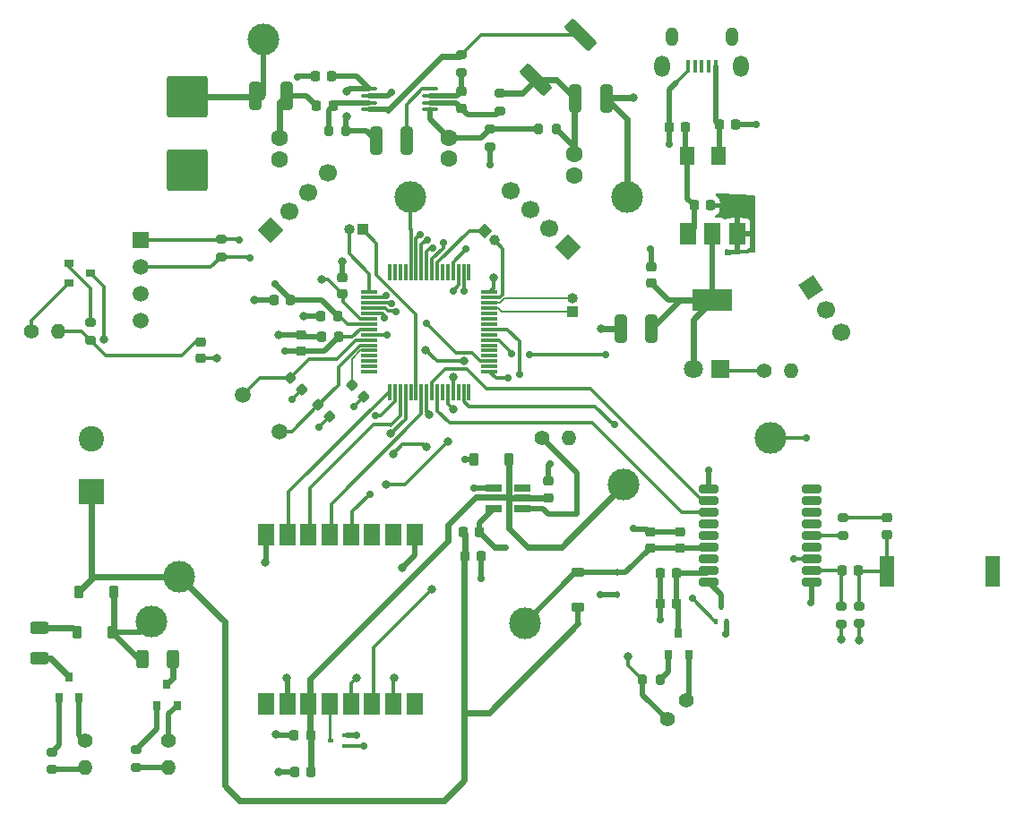
<source format=gtl>
%TF.GenerationSoftware,KiCad,Pcbnew,7.0.7*%
%TF.CreationDate,2023-10-20T22:51:04+03:00*%
%TF.ProjectId,picoballoon,7069636f-6261-46c6-9c6f-6f6e2e6b6963,rev?*%
%TF.SameCoordinates,Original*%
%TF.FileFunction,Copper,L1,Top*%
%TF.FilePolarity,Positive*%
%FSLAX46Y46*%
G04 Gerber Fmt 4.6, Leading zero omitted, Abs format (unit mm)*
G04 Created by KiCad (PCBNEW 7.0.7) date 2023-10-20 22:51:04*
%MOMM*%
%LPD*%
G01*
G04 APERTURE LIST*
G04 Aperture macros list*
%AMRoundRect*
0 Rectangle with rounded corners*
0 $1 Rounding radius*
0 $2 $3 $4 $5 $6 $7 $8 $9 X,Y pos of 4 corners*
0 Add a 4 corners polygon primitive as box body*
4,1,4,$2,$3,$4,$5,$6,$7,$8,$9,$2,$3,0*
0 Add four circle primitives for the rounded corners*
1,1,$1+$1,$2,$3*
1,1,$1+$1,$4,$5*
1,1,$1+$1,$6,$7*
1,1,$1+$1,$8,$9*
0 Add four rect primitives between the rounded corners*
20,1,$1+$1,$2,$3,$4,$5,0*
20,1,$1+$1,$4,$5,$6,$7,0*
20,1,$1+$1,$6,$7,$8,$9,0*
20,1,$1+$1,$8,$9,$2,$3,0*%
%AMHorizOval*
0 Thick line with rounded ends*
0 $1 width*
0 $2 $3 position (X,Y) of the first rounded end (center of the circle)*
0 $4 $5 position (X,Y) of the second rounded end (center of the circle)*
0 Add line between two ends*
20,1,$1,$2,$3,$4,$5,0*
0 Add two circle primitives to create the rounded ends*
1,1,$1,$2,$3*
1,1,$1,$4,$5*%
%AMRotRect*
0 Rectangle, with rotation*
0 The origin of the aperture is its center*
0 $1 length*
0 $2 width*
0 $3 Rotation angle, in degrees counterclockwise*
0 Add horizontal line*
21,1,$1,$2,0,0,$3*%
G04 Aperture macros list end*
%TA.AperFunction,SMDPad,CuDef*%
%ADD10RoundRect,0.112500X0.187500X0.112500X-0.187500X0.112500X-0.187500X-0.112500X0.187500X-0.112500X0*%
%TD*%
%TA.AperFunction,SMDPad,CuDef*%
%ADD11RoundRect,0.225000X0.250000X-0.225000X0.250000X0.225000X-0.250000X0.225000X-0.250000X-0.225000X0*%
%TD*%
%TA.AperFunction,ComponentPad*%
%ADD12RoundRect,0.250002X-1.699998X-1.699998X1.699998X-1.699998X1.699998X1.699998X-1.699998X1.699998X0*%
%TD*%
%TA.AperFunction,SMDPad,CuDef*%
%ADD13RoundRect,0.225000X0.335876X0.017678X0.017678X0.335876X-0.335876X-0.017678X-0.017678X-0.335876X0*%
%TD*%
%TA.AperFunction,SMDPad,CuDef*%
%ADD14RoundRect,0.200000X0.275000X-0.200000X0.275000X0.200000X-0.275000X0.200000X-0.275000X-0.200000X0*%
%TD*%
%TA.AperFunction,SMDPad,CuDef*%
%ADD15RoundRect,0.075000X-0.700000X-0.075000X0.700000X-0.075000X0.700000X0.075000X-0.700000X0.075000X0*%
%TD*%
%TA.AperFunction,SMDPad,CuDef*%
%ADD16RoundRect,0.075000X-0.075000X-0.700000X0.075000X-0.700000X0.075000X0.700000X-0.075000X0.700000X0*%
%TD*%
%TA.AperFunction,SMDPad,CuDef*%
%ADD17RoundRect,0.250000X-0.312500X-1.075000X0.312500X-1.075000X0.312500X1.075000X-0.312500X1.075000X0*%
%TD*%
%TA.AperFunction,SMDPad,CuDef*%
%ADD18RoundRect,0.225000X0.225000X0.250000X-0.225000X0.250000X-0.225000X-0.250000X0.225000X-0.250000X0*%
%TD*%
%TA.AperFunction,SMDPad,CuDef*%
%ADD19C,3.000000*%
%TD*%
%TA.AperFunction,SMDPad,CuDef*%
%ADD20RoundRect,0.225000X-0.375000X0.225000X-0.375000X-0.225000X0.375000X-0.225000X0.375000X0.225000X0*%
%TD*%
%TA.AperFunction,SMDPad,CuDef*%
%ADD21RoundRect,0.200000X-0.200000X-0.275000X0.200000X-0.275000X0.200000X0.275000X-0.200000X0.275000X0*%
%TD*%
%TA.AperFunction,ComponentPad*%
%ADD22C,1.600000*%
%TD*%
%TA.AperFunction,ComponentPad*%
%ADD23C,1.400000*%
%TD*%
%TA.AperFunction,ComponentPad*%
%ADD24O,1.400000X1.400000*%
%TD*%
%TA.AperFunction,SMDPad,CuDef*%
%ADD25R,0.800000X0.900000*%
%TD*%
%TA.AperFunction,SMDPad,CuDef*%
%ADD26RoundRect,0.250000X0.312500X1.075000X-0.312500X1.075000X-0.312500X-1.075000X0.312500X-1.075000X0*%
%TD*%
%TA.AperFunction,ComponentPad*%
%ADD27R,1.000000X1.000000*%
%TD*%
%TA.AperFunction,ComponentPad*%
%ADD28O,1.000000X1.000000*%
%TD*%
%TA.AperFunction,SMDPad,CuDef*%
%ADD29R,1.500000X2.000000*%
%TD*%
%TA.AperFunction,SMDPad,CuDef*%
%ADD30RoundRect,0.225000X-0.225000X-0.375000X0.225000X-0.375000X0.225000X0.375000X-0.225000X0.375000X0*%
%TD*%
%TA.AperFunction,SMDPad,CuDef*%
%ADD31RoundRect,0.200000X-0.275000X0.200000X-0.275000X-0.200000X0.275000X-0.200000X0.275000X0.200000X0*%
%TD*%
%TA.AperFunction,ComponentPad*%
%ADD32RotRect,1.700000X1.700000X34.000000*%
%TD*%
%TA.AperFunction,ComponentPad*%
%ADD33HorizOval,1.700000X0.000000X0.000000X0.000000X0.000000X0*%
%TD*%
%TA.AperFunction,SMDPad,CuDef*%
%ADD34RoundRect,0.225000X-0.225000X-0.250000X0.225000X-0.250000X0.225000X0.250000X-0.225000X0.250000X0*%
%TD*%
%TA.AperFunction,ComponentPad*%
%ADD35RotRect,1.700000X1.700000X225.000000*%
%TD*%
%TA.AperFunction,ComponentPad*%
%ADD36HorizOval,1.700000X0.000000X0.000000X0.000000X0.000000X0*%
%TD*%
%TA.AperFunction,SMDPad,CuDef*%
%ADD37RoundRect,0.112500X-0.112500X0.187500X-0.112500X-0.187500X0.112500X-0.187500X0.112500X0.187500X0*%
%TD*%
%TA.AperFunction,SMDPad,CuDef*%
%ADD38RoundRect,0.218750X-0.218750X-0.256250X0.218750X-0.256250X0.218750X0.256250X-0.218750X0.256250X0*%
%TD*%
%TA.AperFunction,SMDPad,CuDef*%
%ADD39R,0.450000X1.300000*%
%TD*%
%TA.AperFunction,ComponentPad*%
%ADD40O,1.450000X2.000000*%
%TD*%
%TA.AperFunction,ComponentPad*%
%ADD41O,1.150000X1.800000*%
%TD*%
%TA.AperFunction,SMDPad,CuDef*%
%ADD42R,0.510000X0.400000*%
%TD*%
%TA.AperFunction,ComponentPad*%
%ADD43R,1.800000X1.800000*%
%TD*%
%TA.AperFunction,ComponentPad*%
%ADD44C,1.800000*%
%TD*%
%TA.AperFunction,ComponentPad*%
%ADD45RotRect,1.700000X1.700000X135.000000*%
%TD*%
%TA.AperFunction,ComponentPad*%
%ADD46HorizOval,1.700000X0.000000X0.000000X0.000000X0.000000X0*%
%TD*%
%TA.AperFunction,SMDPad,CuDef*%
%ADD47RoundRect,0.218750X0.256250X-0.218750X0.256250X0.218750X-0.256250X0.218750X-0.256250X-0.218750X0*%
%TD*%
%TA.AperFunction,ComponentPad*%
%ADD48R,2.400000X2.400000*%
%TD*%
%TA.AperFunction,ComponentPad*%
%ADD49C,2.400000*%
%TD*%
%TA.AperFunction,SMDPad,CuDef*%
%ADD50RoundRect,0.200000X-0.700000X-0.200000X0.700000X-0.200000X0.700000X0.200000X-0.700000X0.200000X0*%
%TD*%
%TA.AperFunction,SMDPad,CuDef*%
%ADD51RoundRect,0.225000X0.225000X0.375000X-0.225000X0.375000X-0.225000X-0.375000X0.225000X-0.375000X0*%
%TD*%
%TA.AperFunction,SMDPad,CuDef*%
%ADD52RoundRect,0.250001X0.462499X0.624999X-0.462499X0.624999X-0.462499X-0.624999X0.462499X-0.624999X0*%
%TD*%
%TA.AperFunction,ComponentPad*%
%ADD53HorizOval,1.400000X0.000000X0.000000X0.000000X0.000000X0*%
%TD*%
%TA.AperFunction,SMDPad,CuDef*%
%ADD54RoundRect,0.100000X-0.637500X-0.100000X0.637500X-0.100000X0.637500X0.100000X-0.637500X0.100000X0*%
%TD*%
%TA.AperFunction,SMDPad,CuDef*%
%ADD55RoundRect,0.250000X-0.312500X-0.625000X0.312500X-0.625000X0.312500X0.625000X-0.312500X0.625000X0*%
%TD*%
%TA.AperFunction,SMDPad,CuDef*%
%ADD56R,3.800000X2.000000*%
%TD*%
%TA.AperFunction,SMDPad,CuDef*%
%ADD57R,0.900000X0.800000*%
%TD*%
%TA.AperFunction,SMDPad,CuDef*%
%ADD58R,1.400000X3.000000*%
%TD*%
%TA.AperFunction,SMDPad,CuDef*%
%ADD59R,0.400000X0.510000*%
%TD*%
%TA.AperFunction,SMDPad,CuDef*%
%ADD60RoundRect,0.250000X-0.751301X1.263953X-1.263953X0.751301X0.751301X-1.263953X1.263953X-0.751301X0*%
%TD*%
%TA.AperFunction,ComponentPad*%
%ADD61C,1.500000*%
%TD*%
%TA.AperFunction,ComponentPad*%
%ADD62RotRect,1.000000X1.000000X45.000000*%
%TD*%
%TA.AperFunction,ComponentPad*%
%ADD63HorizOval,1.000000X0.000000X0.000000X0.000000X0.000000X0*%
%TD*%
%TA.AperFunction,SMDPad,CuDef*%
%ADD64R,1.560000X0.650000*%
%TD*%
%TA.AperFunction,SMDPad,CuDef*%
%ADD65RoundRect,0.250000X-0.625000X0.312500X-0.625000X-0.312500X0.625000X-0.312500X0.625000X0.312500X0*%
%TD*%
%TA.AperFunction,ComponentPad*%
%ADD66R,1.500000X1.500000*%
%TD*%
%TA.AperFunction,ViaPad*%
%ADD67C,0.700000*%
%TD*%
%TA.AperFunction,ViaPad*%
%ADD68C,0.800000*%
%TD*%
%TA.AperFunction,Conductor*%
%ADD69C,0.500000*%
%TD*%
%TA.AperFunction,Conductor*%
%ADD70C,0.600000*%
%TD*%
%TA.AperFunction,Conductor*%
%ADD71C,0.300000*%
%TD*%
%TA.AperFunction,Conductor*%
%ADD72C,0.349300*%
%TD*%
%TA.AperFunction,Conductor*%
%ADD73C,0.200000*%
%TD*%
%TA.AperFunction,Conductor*%
%ADD74C,0.090000*%
%TD*%
%TA.AperFunction,Conductor*%
%ADD75C,0.294000*%
%TD*%
%TA.AperFunction,Conductor*%
%ADD76C,0.250000*%
%TD*%
G04 APERTURE END LIST*
D10*
%TO.P,D6,1,K*%
%TO.N,LORA_Vout*%
X154567600Y-94030800D03*
%TO.P,D6,2,A*%
%TO.N,Net-(D6-A)*%
X152467600Y-94030800D03*
%TD*%
D11*
%TO.P,C22,1*%
%TO.N,LORA_Vout*%
X156591000Y-89370200D03*
%TO.P,C22,2*%
%TO.N,GND*%
X156591000Y-87820200D03*
%TD*%
D12*
%TO.P,J1,1,Pin_1*%
%TO.N,SOLAR+*%
X122428000Y-51435000D03*
%TD*%
D13*
%TO.P,C15,1*%
%TO.N,GND*%
X139079608Y-79846808D03*
%TO.P,C15,2*%
%TO.N,Net-(U4-NRST)*%
X137983592Y-78750792D03*
%TD*%
D14*
%TO.P,R16,1*%
%TO.N,DHD11_DAT*%
X125653800Y-66585600D03*
%TO.P,R16,2*%
%TO.N,+3.3V*%
X125653800Y-64935600D03*
%TD*%
D15*
%TO.P,U4,1,PC11*%
%TO.N,USART3_RX*%
X139638400Y-69960800D03*
%TO.P,U4,2,PC12*%
%TO.N,PC12*%
X139638400Y-70460800D03*
%TO.P,U4,3,PC13*%
%TO.N,PC13*%
X139638400Y-70960800D03*
%TO.P,U4,4,PC14*%
%TO.N,PC14*%
X139638400Y-71460800D03*
%TO.P,U4,5,PC15*%
%TO.N,PC15*%
X139638400Y-71960800D03*
%TO.P,U4,6,VBAT*%
%TO.N,+3.3V*%
X139638400Y-72460800D03*
%TO.P,U4,7,VREF+*%
X139638400Y-72960800D03*
%TO.P,U4,8,VDD*%
X139638400Y-73460800D03*
%TO.P,U4,9,VSS*%
%TO.N,GND*%
X139638400Y-73960800D03*
%TO.P,U4,10,PF0*%
%TO.N,OSC_IN*%
X139638400Y-74460800D03*
%TO.P,U4,11,PF1*%
%TO.N,OSC_OUT*%
X139638400Y-74960800D03*
%TO.P,U4,12,NRST*%
%TO.N,Net-(U4-NRST)*%
X139638400Y-75460800D03*
%TO.P,U4,13,PC0*%
%TO.N,unconnected-(U4-PC0-Pad13)*%
X139638400Y-75960800D03*
%TO.P,U4,14,PC1*%
%TO.N,unconnected-(U4-PC1-Pad14)*%
X139638400Y-76460800D03*
%TO.P,U4,15,PC2*%
%TO.N,unconnected-(U4-PC2-Pad15)*%
X139638400Y-76960800D03*
%TO.P,U4,16,PC3*%
%TO.N,unconnected-(U4-PC3-Pad16)*%
X139638400Y-77460800D03*
D16*
%TO.P,U4,17,PA0*%
%TO.N,LORA_SPI1_NSS*%
X141563400Y-79385800D03*
%TO.P,U4,18,PA1*%
%TO.N,LORA_SPI1_SCK*%
X142063400Y-79385800D03*
%TO.P,U4,19,PA2*%
%TO.N,LORA_SPI1_MOSI*%
X142563400Y-79385800D03*
%TO.P,U4,20,PA3*%
%TO.N,DIO2*%
X143063400Y-79385800D03*
%TO.P,U4,21,PA4*%
%TO.N,unconnected-(U4-PA4-Pad21)*%
X143563400Y-79385800D03*
%TO.P,U4,22,PA5*%
%TO.N,USART3_TX*%
X144063400Y-79385800D03*
%TO.P,U4,23,PA6*%
%TO.N,LORA_SPI1_MISO*%
X144563400Y-79385800D03*
%TO.P,U4,24,PA7*%
%TO.N,DIO0*%
X145063400Y-79385800D03*
%TO.P,U4,25,PC4*%
%TO.N,GPS_RXD1*%
X145563400Y-79385800D03*
%TO.P,U4,26,PC5*%
%TO.N,GPS_TXD1*%
X146063400Y-79385800D03*
%TO.P,U4,27,PB0*%
%TO.N,unconnected-(U4-PB0-Pad27)*%
X146563400Y-79385800D03*
%TO.P,U4,28,PB1*%
%TO.N,CAP_CHRG_V*%
X147063400Y-79385800D03*
%TO.P,U4,29,PB2*%
%TO.N,CAP_CHRG_READ_EN*%
X147563400Y-79385800D03*
%TO.P,U4,30,PB10*%
%TO.N,unconnected-(U4-PB10-Pad30)*%
X148063400Y-79385800D03*
%TO.P,U4,31,PB11*%
%TO.N,PB11*%
X148563400Y-79385800D03*
%TO.P,U4,32,PB12*%
%TO.N,PB12*%
X149063400Y-79385800D03*
D15*
%TO.P,U4,33,PB13*%
%TO.N,DIO1*%
X150988400Y-77460800D03*
%TO.P,U4,34,PB14*%
%TO.N,unconnected-(U4-PB14-Pad34)*%
X150988400Y-76960800D03*
%TO.P,U4,35,PB15*%
%TO.N,DHD11_DAT*%
X150988400Y-76460800D03*
%TO.P,U4,36,PA8*%
%TO.N,unconnected-(U4-PA8-Pad36)*%
X150988400Y-75960800D03*
%TO.P,U4,37,PA9/NC*%
%TO.N,unconnected-(U4-PA9{slash}NC-Pad37)*%
X150988400Y-75460800D03*
%TO.P,U4,38,PC6*%
%TO.N,unconnected-(U4-PC6-Pad38)*%
X150988400Y-74960800D03*
%TO.P,U4,39,PC7*%
%TO.N,GPS_RESET_SIGNAL*%
X150988400Y-74460800D03*
%TO.P,U4,40,PD8*%
%TO.N,unconnected-(U4-PD8-Pad40)*%
X150988400Y-73960800D03*
%TO.P,U4,41,PD9*%
%TO.N,LORA_RESET*%
X150988400Y-73460800D03*
%TO.P,U4,42,PA10/NC*%
%TO.N,unconnected-(U4-PA10{slash}NC-Pad42)*%
X150988400Y-72960800D03*
%TO.P,U4,43,PA11/PA9*%
%TO.N,unconnected-(U4-PA11{slash}PA9-Pad43)*%
X150988400Y-72460800D03*
%TO.P,U4,44,PA12/PA10*%
%TO.N,unconnected-(U4-PA12{slash}PA10-Pad44)*%
X150988400Y-71960800D03*
%TO.P,U4,45,PA13*%
%TO.N,SWDIO*%
X150988400Y-71460800D03*
%TO.P,U4,46,PA14*%
%TO.N,SWCLK*%
X150988400Y-70960800D03*
%TO.P,U4,47,PA15*%
%TO.N,UART2_RX*%
X150988400Y-70460800D03*
%TO.P,U4,48,PC8*%
%TO.N,GPS_EN*%
X150988400Y-69960800D03*
D16*
%TO.P,U4,49,PC9*%
%TO.N,unconnected-(U4-PC9-Pad49)*%
X149063400Y-68035800D03*
%TO.P,U4,50,PD0*%
%TO.N,HighPowCapChrg*%
X148563400Y-68035800D03*
%TO.P,U4,51,PD1*%
%TO.N,LowPowCapChrg*%
X148063400Y-68035800D03*
%TO.P,U4,52,PD2*%
%TO.N,DC_EN*%
X147563400Y-68035800D03*
%TO.P,U4,53,PD3*%
%TO.N,unconnected-(U4-PD3-Pad53)*%
X147063400Y-68035800D03*
%TO.P,U4,54,PD4*%
%TO.N,unconnected-(U4-PD4-Pad54)*%
X146563400Y-68035800D03*
%TO.P,U4,55,PD5*%
%TO.N,UART2_TX*%
X146063400Y-68035800D03*
%TO.P,U4,56,PD6*%
%TO.N,PD6*%
X145563400Y-68035800D03*
%TO.P,U4,57,PB3*%
%TO.N,PB3*%
X145063400Y-68035800D03*
%TO.P,U4,58,PB4*%
%TO.N,PB4*%
X144563400Y-68035800D03*
%TO.P,U4,59,PB5*%
%TO.N,PB5*%
X144063400Y-68035800D03*
%TO.P,U4,60,PB6*%
%TO.N,OK_FLAG*%
X143563400Y-68035800D03*
%TO.P,U4,61,PB7*%
%TO.N,unconnected-(U4-PB7-Pad61)*%
X143063400Y-68035800D03*
%TO.P,U4,62,PB8*%
%TO.N,unconnected-(U4-PB8-Pad62)*%
X142563400Y-68035800D03*
%TO.P,U4,63,PB9*%
%TO.N,unconnected-(U4-PB9-Pad63)*%
X142063400Y-68035800D03*
%TO.P,U4,64,PC10*%
%TO.N,unconnected-(U4-PC10-Pad64)*%
X141563400Y-68035800D03*
%TD*%
D17*
%TO.P,R1,1*%
%TO.N,SOLAR+*%
X128890300Y-51384200D03*
%TO.P,R1,2*%
%TO.N,Net-(C3-Pad1)*%
X131815300Y-51384200D03*
%TD*%
D18*
%TO.P,C20,1*%
%TO.N,+3.3V*%
X132194600Y-70688200D03*
%TO.P,C20,2*%
%TO.N,GND*%
X130644600Y-70688200D03*
%TD*%
D11*
%TO.P,C16,1*%
%TO.N,+3.3V*%
X133146800Y-75501800D03*
%TO.P,C16,2*%
%TO.N,GND*%
X133146800Y-73951800D03*
%TD*%
D19*
%TO.P,LORA_V+1,1,1*%
%TO.N,LORA_Vout*%
X163677600Y-88138000D03*
%TD*%
D11*
%TO.P,C30,1*%
%TO.N,CAP_CHRG_READ_EN*%
X123698000Y-76213000D03*
%TO.P,C30,2*%
%TO.N,Net-(C30-Pad2)*%
X123698000Y-74663000D03*
%TD*%
D20*
%TO.P,D1,1,K*%
%TO.N,V_BCKP_GPS*%
X159385000Y-96444800D03*
%TO.P,D1,2,A*%
%TO.N,BCKP_OUT*%
X159385000Y-99744800D03*
%TD*%
D21*
%TO.P,R4,1*%
%TO.N,Net-(U1-LX)*%
X135776200Y-54711600D03*
%TO.P,R4,2*%
%TO.N,Net-(U1-MPP-SET)*%
X137426200Y-54711600D03*
%TD*%
D22*
%TO.P,C14,1*%
%TO.N,Net-(C14-Pad1)*%
X159004000Y-56912000D03*
%TO.P,C14,2*%
%TO.N,GND*%
X159004000Y-58912000D03*
%TD*%
D23*
%TO.P,R19,1*%
%TO.N,DC_EN*%
X155930600Y-83743800D03*
D24*
%TO.P,R19,2*%
%TO.N,GND*%
X158470600Y-83743800D03*
%TD*%
D25*
%TO.P,Q5,1*%
%TO.N,Net-(Q5-Pad1)*%
X167910600Y-104202200D03*
%TO.P,Q5,2*%
%TO.N,+3.3V*%
X169810600Y-104202200D03*
%TO.P,Q5,3*%
%TO.N,Net-(U8-VCC)*%
X168860600Y-102202200D03*
%TD*%
D26*
%TO.P,R10,1*%
%TO.N,Net-(D5-A)*%
X166308500Y-73406000D03*
%TO.P,R10,2*%
%TO.N,+3.3V*%
X163383500Y-73406000D03*
%TD*%
D18*
%TO.P,C24,1*%
%TO.N,Net-(C23-Pad1)*%
X185839400Y-96266000D03*
%TO.P,C24,2*%
%TO.N,Net-(U8-RF_IN)*%
X184289400Y-96266000D03*
%TD*%
D27*
%TO.P,SWD1,1,Pin_1*%
%TO.N,SWDIO*%
X158851600Y-71820800D03*
D28*
%TO.P,SWD1,2,Pin_2*%
%TO.N,SWCLK*%
X158851600Y-70550800D03*
%TD*%
D29*
%TO.P,U7,1,ANT*%
%TO.N,unconnected-(U7-ANT-Pad1)*%
X129906000Y-108838000D03*
%TO.P,U7,2,GND*%
%TO.N,GND*%
X131906000Y-108838000D03*
%TO.P,U7,3,3.3V*%
%TO.N,LORA_Vout*%
X133906000Y-108838000D03*
%TO.P,U7,4,RESET*%
%TO.N,Net-(U7-RESET)*%
X135906000Y-108838000D03*
%TO.P,U7,5,DIO0*%
%TO.N,DIO0*%
X137906000Y-108838000D03*
%TO.P,U7,6,DIO1*%
%TO.N,DIO1*%
X139906000Y-108838000D03*
%TO.P,U7,7,DIO2*%
%TO.N,DIO2*%
X141906000Y-108838000D03*
%TO.P,U7,8,DIO3*%
%TO.N,unconnected-(U7-DIO3-Pad8)*%
X143906000Y-108838000D03*
%TO.P,U7,9,GND*%
%TO.N,GND*%
X143906000Y-92838000D03*
%TO.P,U7,10,DIO4*%
%TO.N,unconnected-(U7-DIO4-Pad10)*%
X141906000Y-92838000D03*
%TO.P,U7,11,DIO5*%
%TO.N,unconnected-(U7-DIO5-Pad11)*%
X139906000Y-92838000D03*
%TO.P,U7,12,SCK*%
%TO.N,LORA_SPI1_SCK*%
X137906000Y-92838000D03*
%TO.P,U7,13,MISO*%
%TO.N,LORA_SPI1_MISO*%
X135906000Y-92838000D03*
%TO.P,U7,14,MOSI*%
%TO.N,LORA_SPI1_MOSI*%
X133906000Y-92838000D03*
%TO.P,U7,15,NSS*%
%TO.N,LORA_SPI1_NSS*%
X131906000Y-92838000D03*
%TO.P,U7,16,GND*%
%TO.N,GND*%
X129906000Y-92838000D03*
%TD*%
D30*
%TO.P,D7,1,K*%
%TO.N,+3.3V*%
X149556200Y-85775800D03*
%TO.P,D7,2,A*%
%TO.N,LORA_Vout*%
X152856200Y-85775800D03*
%TD*%
D18*
%TO.P,C28,1*%
%TO.N,Net-(U8-VCC)*%
X168695800Y-96471200D03*
%TO.P,C28,2*%
%TO.N,GND*%
X167145800Y-96471200D03*
%TD*%
D31*
%TO.P,C25,1*%
%TO.N,Net-(U8-RF_IN)*%
X184226200Y-99657400D03*
%TO.P,C25,2*%
%TO.N,GND*%
X184226200Y-101307400D03*
%TD*%
D32*
%TO.P,MISC3,1,Pin_1*%
%TO.N,GND*%
X181383450Y-69522245D03*
D33*
%TO.P,MISC3,2,Pin_2*%
%TO.N,PB11*%
X182803800Y-71628000D03*
%TO.P,MISC3,3,Pin_3*%
%TO.N,+3.3V*%
X184224150Y-73733756D03*
%TD*%
D25*
%TO.P,Q1,1*%
%TO.N,Net-(Q1-Pad1)*%
X110302000Y-108289600D03*
%TO.P,Q1,2*%
%TO.N,+3.3V*%
X112202000Y-108289600D03*
%TO.P,Q1,3*%
%TO.N,Net-(Q1-Pad3)*%
X111252000Y-106289600D03*
%TD*%
D23*
%TO.P,R2,1*%
%TO.N,+3.3V*%
X112750600Y-112343400D03*
D24*
%TO.P,R2,2*%
%TO.N,LowPowCapChrg*%
X112750600Y-114883400D03*
%TD*%
D34*
%TO.P,C10,1*%
%TO.N,Net-(U2-VI)*%
X170325200Y-61747400D03*
%TO.P,C10,2*%
%TO.N,GND*%
X171875200Y-61747400D03*
%TD*%
D18*
%TO.P,C21,1*%
%TO.N,GND*%
X150203200Y-94919800D03*
%TO.P,C21,2*%
%TO.N,BCKP_OUT*%
X148653200Y-94919800D03*
%TD*%
D35*
%TO.P,MISC2,1,Pin_1*%
%TO.N,PD6*%
X158419800Y-65709800D03*
D36*
%TO.P,MISC2,2,Pin_2*%
%TO.N,PB3*%
X156623749Y-63913749D03*
%TO.P,MISC2,3,Pin_3*%
%TO.N,PB4*%
X154827698Y-62117698D03*
%TO.P,MISC2,4,Pin_4*%
%TO.N,PB5*%
X153031646Y-60321646D03*
%TD*%
D37*
%TO.P,D2,1,K*%
%TO.N,V_BCKP_GPS*%
X163042600Y-96435200D03*
%TO.P,D2,2,A*%
%TO.N,+3.3V*%
X163042600Y-98535200D03*
%TD*%
D13*
%TO.P,C2,1*%
%TO.N,GND*%
X135904608Y-81701008D03*
%TO.P,C2,2*%
%TO.N,OSC_OUT*%
X134808592Y-80604992D03*
%TD*%
D12*
%TO.P,J2,1,Pin_1*%
%TO.N,GND*%
X122428000Y-58420000D03*
%TD*%
D38*
%TO.P,L1,1,1*%
%TO.N,Net-(C3-Pad1)*%
X134619900Y-52324000D03*
%TO.P,L1,2,2*%
%TO.N,Net-(U1-LX)*%
X136194900Y-52324000D03*
%TD*%
D39*
%TO.P,J3,1,VBUS*%
%TO.N,Net-(J3-VBUS)*%
X172374000Y-48603600D03*
%TO.P,J3,2,D-*%
%TO.N,unconnected-(J3-D--Pad2)*%
X171724000Y-48603600D03*
%TO.P,J3,3,D+*%
%TO.N,unconnected-(J3-D+-Pad3)*%
X171074000Y-48603600D03*
%TO.P,J3,4,ID*%
%TO.N,unconnected-(J3-ID-Pad4)*%
X170424000Y-48603600D03*
%TO.P,J3,5,GND*%
%TO.N,GND*%
X169774000Y-48603600D03*
D40*
%TO.P,J3,6,Shield*%
%TO.N,unconnected-(J3-Shield-Pad6)*%
X174799000Y-48553600D03*
D41*
X173908000Y-45753600D03*
X168258000Y-45753600D03*
D40*
X167349000Y-48553600D03*
%TD*%
D42*
%TO.P,Q4,1*%
%TO.N,LORA_RESET*%
X137297000Y-112869600D03*
%TO.P,Q4,2*%
%TO.N,GND*%
X137297000Y-111869600D03*
%TO.P,Q4,3*%
%TO.N,Net-(U7-RESET)*%
X136007000Y-112369600D03*
%TD*%
D43*
%TO.P,D5,1,K*%
%TO.N,Net-(D5-K)*%
X172807000Y-77190600D03*
D44*
%TO.P,D5,2,A*%
%TO.N,Net-(D5-A)*%
X170267000Y-77190600D03*
%TD*%
D34*
%TO.P,C7,1*%
%TO.N,Net-(J3-VBUS)*%
X172725800Y-54127400D03*
%TO.P,C7,2*%
%TO.N,GND*%
X174275800Y-54127400D03*
%TD*%
D14*
%TO.P,R12,1*%
%TO.N,Net-(U1-ICTRL_PLUS)*%
X148336000Y-49161200D03*
%TO.P,R12,2*%
%TO.N,Net-(U1-VOUT)*%
X148336000Y-47511200D03*
%TD*%
D23*
%TO.P,R3,1*%
%TO.N,+3.3V*%
X120675400Y-112343400D03*
D24*
%TO.P,R3,2*%
%TO.N,HighPowCapChrg*%
X120675400Y-114883400D03*
%TD*%
D18*
%TO.P,C19,1*%
%TO.N,+3.3V*%
X136639600Y-72186800D03*
%TO.P,C19,2*%
%TO.N,GND*%
X135089600Y-72186800D03*
%TD*%
D45*
%TO.P,MISC1,1,Pin_1*%
%TO.N,PC15*%
X130307394Y-64078806D03*
D46*
%TO.P,MISC1,2,Pin_2*%
%TO.N,PC14*%
X132103445Y-62282755D03*
%TO.P,MISC1,3,Pin_3*%
%TO.N,PC13*%
X133899496Y-60486704D03*
%TO.P,MISC1,4,Pin_4*%
%TO.N,PC12*%
X135695548Y-58690652D03*
%TD*%
D34*
%TO.P,C27,1*%
%TO.N,GND*%
X132575000Y-115316000D03*
%TO.P,C27,2*%
%TO.N,LORA_Vout*%
X134125000Y-115316000D03*
%TD*%
D47*
%TO.P,L4,1,1*%
%TO.N,Net-(C23-Pad1)*%
X188518800Y-92837100D03*
%TO.P,L4,2,2*%
%TO.N,Net-(L4-Pad2)*%
X188518800Y-91262100D03*
%TD*%
D11*
%TO.P,C18,1*%
%TO.N,+3.3V*%
X137058400Y-70091600D03*
%TO.P,C18,2*%
%TO.N,GND*%
X137058400Y-68541600D03*
%TD*%
D19*
%TO.P,OK1,1,1*%
%TO.N,OK_FLAG*%
X143510000Y-60960000D03*
%TD*%
%TO.P,CAP1,1,1*%
%TO.N,BCKP_OUT*%
X121691400Y-96824800D03*
%TD*%
D11*
%TO.P,C8,1*%
%TO.N,V_BCKP_GPS*%
X169037000Y-94120000D03*
%TO.P,C8,2*%
%TO.N,GND*%
X169037000Y-92570000D03*
%TD*%
D31*
%TO.P,R6,1*%
%TO.N,Net-(Q2-Pad1)*%
X117602000Y-113195600D03*
%TO.P,R6,2*%
%TO.N,HighPowCapChrg*%
X117602000Y-114845600D03*
%TD*%
D19*
%TO.P,GND1,1,1*%
%TO.N,GND*%
X177571400Y-83693000D03*
%TD*%
D14*
%TO.P,R13,1*%
%TO.N,Net-(U1-ICTRL_MINUS)*%
X152019000Y-52793400D03*
%TO.P,R13,2*%
%TO.N,Net-(C14-Pad1)*%
X152019000Y-51143400D03*
%TD*%
D26*
%TO.P,R8,1*%
%TO.N,Net-(U1-XSHUT)*%
X143194500Y-55626000D03*
%TO.P,R8,2*%
%TO.N,Net-(U1-MPP-SET)*%
X140269500Y-55626000D03*
%TD*%
D48*
%TO.P,C9,1*%
%TO.N,BCKP_OUT*%
X113360200Y-88773000D03*
D49*
%TO.P,C9,2*%
%TO.N,GND*%
X113360200Y-83773000D03*
%TD*%
D11*
%TO.P,C11,1*%
%TO.N,Net-(D5-A)*%
X166274200Y-69101000D03*
%TO.P,C11,2*%
%TO.N,GND*%
X166274200Y-67551000D03*
%TD*%
D14*
%TO.P,R24,1*%
%TO.N,Net-(C30-Pad2)*%
X113284000Y-74485000D03*
%TO.P,R24,2*%
%TO.N,Net-(Q6-Pad1)*%
X113284000Y-72835000D03*
%TD*%
D50*
%TO.P,U8,1,GND*%
%TO.N,GND*%
X171706800Y-88566000D03*
%TO.P,U8,2,TXD1*%
%TO.N,GPS_RXD1*%
X171706800Y-89666000D03*
%TO.P,U8,3,RXD1*%
%TO.N,GPS_TXD1*%
X171706800Y-90766000D03*
%TO.P,U8,4,1PPS*%
%TO.N,unconnected-(U8-1PPS-Pad4)*%
X171706800Y-91866000D03*
%TO.P,U8,5,STANDBY*%
%TO.N,unconnected-(U8-STANDBY-Pad5)*%
X171706800Y-92966000D03*
%TO.P,U8,6,V_BCKP*%
%TO.N,V_BCKP_GPS*%
X171706800Y-94066000D03*
%TO.P,U8,7,NC*%
%TO.N,unconnected-(U8-NC-Pad7)*%
X171706800Y-95166000D03*
%TO.P,U8,8,VCC*%
%TO.N,Net-(U8-VCC)*%
X171706800Y-96266000D03*
%TO.P,U8,9,~{RESET}*%
%TO.N,GPS_RESET*%
X171706800Y-97366000D03*
%TO.P,U8,10,GND*%
%TO.N,GND*%
X181406800Y-97366000D03*
%TO.P,U8,11,RF_IN*%
%TO.N,Net-(U8-RF_IN)*%
X181406800Y-96266000D03*
%TO.P,U8,12,GND*%
%TO.N,GND*%
X181406800Y-95166000D03*
%TO.P,U8,13,ANTON*%
%TO.N,unconnected-(U8-ANTON-Pad13)*%
X181406800Y-94066000D03*
%TO.P,U8,14,VCC_RF*%
%TO.N,Net-(U8-VCC_RF)*%
X181406800Y-92966000D03*
%TO.P,U8,15,NC*%
%TO.N,unconnected-(U8-NC-Pad15)*%
X181406800Y-91866000D03*
%TO.P,U8,16,RESERVED*%
%TO.N,unconnected-(U8-RESERVED-Pad16)*%
X181406800Y-90766000D03*
%TO.P,U8,17,RESERVED*%
%TO.N,unconnected-(U8-RESERVED-Pad17)*%
X181406800Y-89666000D03*
%TO.P,U8,18,RESERVED*%
%TO.N,unconnected-(U8-RESERVED-Pad18)*%
X181406800Y-88566000D03*
%TD*%
D51*
%TO.P,D3,1,K*%
%TO.N,SUPERCAP_CHRG*%
X115315000Y-102108000D03*
%TO.P,D3,2,A*%
%TO.N,Net-(D3-A)*%
X112015000Y-102108000D03*
%TD*%
D11*
%TO.P,C5,1*%
%TO.N,V_BCKP_GPS*%
X166166800Y-94145400D03*
%TO.P,C5,2*%
%TO.N,GND*%
X166166800Y-92595400D03*
%TD*%
D23*
%TO.P,R23,1*%
%TO.N,BCKP_OUT*%
X107746000Y-73660000D03*
D24*
%TO.P,R23,2*%
%TO.N,Net-(C30-Pad2)*%
X110286000Y-73660000D03*
%TD*%
D21*
%TO.P,R22,1*%
%TO.N,GPS_EN*%
X165470200Y-106605800D03*
%TO.P,R22,2*%
%TO.N,Net-(Q5-Pad1)*%
X167120200Y-106605800D03*
%TD*%
D52*
%TO.P,L2,1,1*%
%TO.N,Net-(J3-VBUS)*%
X172638500Y-57023000D03*
%TO.P,L2,2,2*%
%TO.N,Net-(U2-VI)*%
X169663500Y-57023000D03*
%TD*%
D23*
%TO.P,R21,1*%
%TO.N,GPS_EN*%
X167818730Y-110336671D03*
D53*
%TO.P,R21,2*%
%TO.N,+3.3V*%
X169614781Y-108540620D03*
%TD*%
D54*
%TO.P,U1,1,MPP-SET*%
%TO.N,Net-(U1-MPP-SET)*%
X139656900Y-50739400D03*
%TO.P,U1,2,GND*%
%TO.N,GND*%
X139656900Y-51389400D03*
%TO.P,U1,3,LX*%
%TO.N,Net-(U1-LX)*%
X139656900Y-52039400D03*
%TO.P,U1,4,VOUT*%
%TO.N,Net-(U1-VOUT)*%
X139656900Y-52689400D03*
%TO.P,U1,5,VCTRL*%
%TO.N,Net-(U1-VCTRL)*%
X145381900Y-52689400D03*
%TO.P,U1,6,ICTRL_MINUS*%
%TO.N,Net-(U1-ICTRL_MINUS)*%
X145381900Y-52039400D03*
%TO.P,U1,7,ICTRL_PLUS*%
%TO.N,Net-(U1-ICTRL_PLUS)*%
X145381900Y-51389400D03*
%TO.P,U1,8,XSHUT*%
%TO.N,Net-(U1-XSHUT)*%
X145381900Y-50739400D03*
%TD*%
D55*
%TO.P,R9,1*%
%TO.N,SUPERCAP_CHRG*%
X118171500Y-104648000D03*
%TO.P,R9,2*%
%TO.N,Net-(Q2-Pad3)*%
X121096500Y-104648000D03*
%TD*%
D31*
%TO.P,C23,1*%
%TO.N,Net-(C23-Pad1)*%
X185953400Y-99632000D03*
%TO.P,C23,2*%
%TO.N,GND*%
X185953400Y-101282000D03*
%TD*%
D23*
%TO.P,R11,1*%
%TO.N,Net-(D5-K)*%
X176992200Y-77343000D03*
D24*
%TO.P,R11,2*%
%TO.N,GND*%
X179532200Y-77343000D03*
%TD*%
D19*
%TO.P,SOL+1,1,1*%
%TO.N,SOLAR+*%
X129667000Y-46075600D03*
%TD*%
D18*
%TO.P,C26,1*%
%TO.N,LORA_Vout*%
X134099600Y-111861600D03*
%TO.P,C26,2*%
%TO.N,GND*%
X132549600Y-111861600D03*
%TD*%
D27*
%TO.P,UART2,1,Pin_1*%
%TO.N,USART3_TX*%
X139003800Y-64033400D03*
D28*
%TO.P,UART2,2,Pin_2*%
%TO.N,USART3_RX*%
X137733800Y-64033400D03*
%TD*%
D31*
%TO.P,R5,1*%
%TO.N,Net-(Q1-Pad1)*%
X109677200Y-113424200D03*
%TO.P,R5,2*%
%TO.N,LowPowCapChrg*%
X109677200Y-115074200D03*
%TD*%
D13*
%TO.P,C1,1*%
%TO.N,GND*%
X133237608Y-79161008D03*
%TO.P,C1,2*%
%TO.N,OSC_IN*%
X132141592Y-78064992D03*
%TD*%
D29*
%TO.P,U2,1,GND*%
%TO.N,GND*%
X174390800Y-64414000D03*
%TO.P,U2,2,VO*%
%TO.N,Net-(D5-A)*%
X172090800Y-64414000D03*
D56*
X172090800Y-70714000D03*
D29*
%TO.P,U2,3,VI*%
%TO.N,Net-(U2-VI)*%
X169790800Y-64414000D03*
%TD*%
D21*
%TO.P,R17,1*%
%TO.N,Net-(U1-VCTRL)*%
X155664400Y-54533800D03*
%TO.P,R17,2*%
%TO.N,Net-(C14-Pad1)*%
X157314400Y-54533800D03*
%TD*%
D30*
%TO.P,D4,1,K*%
%TO.N,BCKP_OUT*%
X112192800Y-98298000D03*
%TO.P,D4,2,A*%
%TO.N,SUPERCAP_CHRG*%
X115492800Y-98298000D03*
%TD*%
D19*
%TO.P,CAP_CHRG1,1,1*%
%TO.N,SUPERCAP_CHRG*%
X119049800Y-101092000D03*
%TD*%
D25*
%TO.P,Q2,1*%
%TO.N,Net-(Q2-Pad1)*%
X119573000Y-109026200D03*
%TO.P,Q2,2*%
%TO.N,+3.3V*%
X121473000Y-109026200D03*
%TO.P,Q2,3*%
%TO.N,Net-(Q2-Pad3)*%
X120523000Y-107026200D03*
%TD*%
D57*
%TO.P,Q6,1*%
%TO.N,Net-(Q6-Pad1)*%
X111252000Y-67188000D03*
%TO.P,Q6,2*%
%TO.N,BCKP_OUT*%
X111252000Y-69088000D03*
%TO.P,Q6,3*%
%TO.N,CAP_CHRG_V*%
X113252000Y-68138000D03*
%TD*%
D31*
%TO.P,R20,1*%
%TO.N,Net-(L4-Pad2)*%
X184404000Y-91275400D03*
%TO.P,R20,2*%
%TO.N,Net-(U8-VCC_RF)*%
X184404000Y-92925400D03*
%TD*%
D58*
%TO.P,U6,RF_IN*%
%TO.N,Net-(C23-Pad1)*%
X188522600Y-96316800D03*
%TO.P,U6,SOLDER*%
%TO.N,N/C*%
X198522600Y-96316800D03*
%TD*%
D59*
%TO.P,Q3,1*%
%TO.N,GPS_RESET_SIGNAL*%
X172381800Y-101043200D03*
%TO.P,Q3,2*%
%TO.N,GND*%
X173381800Y-101043200D03*
%TO.P,Q3,3*%
%TO.N,GPS_RESET*%
X172881800Y-99753200D03*
%TD*%
D18*
%TO.P,C17,1*%
%TO.N,+3.3V*%
X136715800Y-74168000D03*
%TO.P,C17,2*%
%TO.N,GND*%
X135165800Y-74168000D03*
%TD*%
D34*
%TO.P,C6,1*%
%TO.N,GND*%
X167988400Y-54381400D03*
%TO.P,C6,2*%
%TO.N,Net-(U2-VI)*%
X169538400Y-54381400D03*
%TD*%
D60*
%TO.P,R14,1*%
%TO.N,Net-(U1-VOUT)*%
X159574804Y-45657196D03*
%TO.P,R14,2*%
%TO.N,Net-(C14-Pad1)*%
X155385196Y-49846804D03*
%TD*%
D38*
%TO.P,L3,1,1*%
%TO.N,BCKP_OUT*%
X148488300Y-92583000D03*
%TO.P,L3,2,2*%
%TO.N,Net-(D6-A)*%
X150063300Y-92583000D03*
%TD*%
D31*
%TO.P,R15,1*%
%TO.N,Net-(U1-VCTRL)*%
X151053800Y-54521600D03*
%TO.P,R15,2*%
%TO.N,GND*%
X151053800Y-56171600D03*
%TD*%
D61*
%TO.P,Y1,1,1*%
%TO.N,OSC_IN*%
X127680589Y-79649189D03*
%TO.P,Y1,2,2*%
%TO.N,OSC_OUT*%
X131131270Y-83099870D03*
%TD*%
D19*
%TO.P,BCKP_GPS1,1,1*%
%TO.N,V_BCKP_GPS*%
X154355800Y-101219000D03*
%TD*%
D18*
%TO.P,C4,1*%
%TO.N,Net-(U1-MPP-SET)*%
X136106200Y-49530000D03*
%TO.P,C4,2*%
%TO.N,GND*%
X134556200Y-49530000D03*
%TD*%
D62*
%TO.P,UART1,1,Pin_1*%
%TO.N,UART2_TX*%
X150543381Y-64132581D03*
D63*
%TO.P,UART1,2,Pin_2*%
%TO.N,UART2_RX*%
X151441407Y-65030607D03*
%TD*%
D11*
%TO.P,C12,1*%
%TO.N,Net-(U1-ICTRL_MINUS)*%
X148361400Y-52540200D03*
%TO.P,C12,2*%
%TO.N,Net-(U1-ICTRL_PLUS)*%
X148361400Y-50990200D03*
%TD*%
D19*
%TO.P,3.3V+1,1,1*%
%TO.N,+3.3V*%
X164033200Y-60909200D03*
%TD*%
D64*
%TO.P,U5,1,EN*%
%TO.N,DC_EN*%
X154105600Y-90383400D03*
%TO.P,U5,2,Vout*%
%TO.N,LORA_Vout*%
X154105600Y-89433400D03*
%TO.P,U5,3,NC*%
%TO.N,unconnected-(U5-NC-Pad3)*%
X154105600Y-88483400D03*
%TO.P,U5,4,GND*%
%TO.N,GND*%
X151405600Y-88483400D03*
%TO.P,U5,5,LX*%
%TO.N,Net-(D6-A)*%
X151405600Y-90383400D03*
%TD*%
D17*
%TO.P,R18,1*%
%TO.N,Net-(C14-Pad1)*%
X159116300Y-51612800D03*
%TO.P,R18,2*%
%TO.N,+3.3V*%
X162041300Y-51612800D03*
%TD*%
D18*
%TO.P,C29,1*%
%TO.N,Net-(U8-VCC)*%
X168670400Y-99417600D03*
%TO.P,C29,2*%
%TO.N,GND*%
X167120400Y-99417600D03*
%TD*%
D22*
%TO.P,C13,1*%
%TO.N,Net-(U1-VCTRL)*%
X147167600Y-55346600D03*
%TO.P,C13,2*%
%TO.N,GND*%
X147167600Y-57346600D03*
%TD*%
D65*
%TO.P,R7,1*%
%TO.N,Net-(D3-A)*%
X108458000Y-101661500D03*
%TO.P,R7,2*%
%TO.N,Net-(Q1-Pad3)*%
X108458000Y-104586500D03*
%TD*%
D22*
%TO.P,C3,1*%
%TO.N,Net-(C3-Pad1)*%
X131191000Y-55388000D03*
%TO.P,C3,2*%
%TO.N,GND*%
X131191000Y-57388000D03*
%TD*%
D66*
%TO.P,U3,1,VCC*%
%TO.N,+3.3V*%
X118063300Y-65045300D03*
D61*
%TO.P,U3,2,IO*%
%TO.N,DHD11_DAT*%
X118063300Y-67585300D03*
%TO.P,U3,3,NC*%
%TO.N,unconnected-(U3-NC-Pad3)*%
X118063300Y-70125300D03*
%TO.P,U3,4,GND*%
%TO.N,GND*%
X118063300Y-72665300D03*
%TD*%
D67*
%TO.N,GND*%
X166243000Y-65862200D03*
D68*
X130810000Y-111760000D03*
X184226200Y-102793800D03*
X129794000Y-95504000D03*
D67*
X175082200Y-62661800D03*
X164565922Y-92278878D03*
X181381400Y-99288600D03*
X167970200Y-55981600D03*
X150190200Y-97002600D03*
D68*
X131064000Y-73964800D03*
X131826000Y-106426000D03*
X185953400Y-102844600D03*
D67*
X151028400Y-57912000D03*
X174091600Y-61722000D03*
X149504400Y-88442800D03*
D68*
X137083800Y-67005200D03*
D67*
X180924200Y-83743800D03*
X141732000Y-51054000D03*
X176199800Y-54076600D03*
D68*
X131064000Y-115316000D03*
X128803400Y-70662800D03*
D67*
X173355000Y-102235000D03*
X167120400Y-100900400D03*
D68*
X142748000Y-96012000D03*
D67*
X138472800Y-111869600D03*
X138150600Y-80797400D03*
X156692600Y-86156800D03*
X134899400Y-82702400D03*
X173685200Y-62661800D03*
X141351000Y-73964800D03*
X173050200Y-61188600D03*
X179755800Y-95148400D03*
X132867400Y-49580800D03*
X173024800Y-62052200D03*
D68*
X133426200Y-72186800D03*
D67*
X171706800Y-86794600D03*
X132308600Y-80086200D03*
D68*
%TO.N,Net-(U1-MPP-SET)*%
X137541000Y-50952400D03*
X137515600Y-53365400D03*
D67*
%TO.N,GPS_RESET_SIGNAL*%
X154736800Y-75819000D03*
X153122900Y-75793600D03*
X170205400Y-98907600D03*
X161950400Y-75819000D03*
%TO.N,LORA_RESET*%
X153822400Y-77724000D03*
X139090400Y-112877600D03*
D68*
%TO.N,GPS_EN*%
X164084000Y-104394000D03*
X151384000Y-68580000D03*
D67*
%TO.N,LowPowCapChrg*%
X147548600Y-69799200D03*
%TO.N,HighPowCapChrg*%
X148564600Y-69824600D03*
%TO.N,DC_EN*%
X148767800Y-65887600D03*
%TO.N,DHD11_DAT*%
X145034000Y-72898000D03*
X128320800Y-66675000D03*
%TO.N,LORA_SPI1_SCK*%
X140233400Y-81610200D03*
X139674600Y-89052400D03*
D68*
%TO.N,DIO1*%
X145542000Y-98044000D03*
D67*
X152704800Y-78079600D03*
D68*
%TO.N,CAP_CHRG_READ_EN*%
X125222000Y-76200000D03*
X144986623Y-75390623D03*
X147574000Y-77978000D03*
X148590000Y-76454000D03*
D67*
%TO.N,PC15*%
X141101623Y-72340757D03*
%TO.N,PC14*%
X142186875Y-71766228D03*
%TO.N,PC13*%
X141707413Y-71005163D03*
%TO.N,PC12*%
X141249400Y-70231000D03*
%TO.N,PD6*%
X146634200Y-65303400D03*
%TO.N,PB3*%
X145626250Y-65774226D03*
%TO.N,PB4*%
X145163964Y-65002606D03*
%TO.N,PB5*%
X144424400Y-64490600D03*
%TO.N,PB11*%
X162851422Y-82487178D03*
D68*
%TO.N,CAP_CHRG_V*%
X114554000Y-74422000D03*
X141224000Y-88138000D03*
X147066000Y-84074000D03*
X147574000Y-81026000D03*
D67*
%TO.N,+3.3V*%
X131673600Y-75514200D03*
X161467800Y-98526600D03*
X130759200Y-69189600D03*
D68*
X164592000Y-51562000D03*
X161544000Y-73406000D03*
D67*
X148640800Y-85775800D03*
X127330200Y-64973200D03*
D68*
X135102600Y-68732400D03*
%TO.N,DIO2*%
X141868277Y-85226277D03*
X145034000Y-84582000D03*
X141697323Y-83277323D03*
X141986000Y-106426000D03*
%TO.N,DIO0*%
X145310101Y-81535915D03*
X138430000Y-106426000D03*
%TD*%
D69*
%TO.N,SOLAR+*%
X129477000Y-51435000D02*
X129527800Y-51384200D01*
X129667000Y-51245000D02*
X129667000Y-46075600D01*
X129527800Y-51384200D02*
X129667000Y-51245000D01*
D70*
X129477000Y-51435000D02*
X122428000Y-51435000D01*
D69*
%TO.N,GND*%
X166274200Y-67551000D02*
X166274200Y-65893400D01*
X133363000Y-74168000D02*
X133146800Y-73951800D01*
D71*
X134899400Y-82702400D02*
X135900792Y-81701008D01*
X169774000Y-48603600D02*
X169774000Y-48996200D01*
D69*
X143906000Y-94854000D02*
X142748000Y-96012000D01*
D71*
X180873400Y-83693000D02*
X180924200Y-83743800D01*
D69*
X150203200Y-96989600D02*
X150190200Y-97002600D01*
X151405600Y-88483400D02*
X149545000Y-88483400D01*
X135165800Y-74168000D02*
X133363000Y-74168000D01*
D71*
X177571400Y-83693000D02*
X180873400Y-83693000D01*
X135900792Y-81701008D02*
X135904608Y-81701008D01*
D69*
X176149000Y-54127400D02*
X176199800Y-54076600D01*
X137058400Y-67030600D02*
X137083800Y-67005200D01*
X151053800Y-57886600D02*
X151028400Y-57912000D01*
X166192200Y-92570000D02*
X166166800Y-92595400D01*
D71*
X130911600Y-111861600D02*
X130810000Y-111760000D01*
D69*
X130644600Y-70688200D02*
X128828800Y-70688200D01*
X137058400Y-68541600D02*
X137058400Y-67030600D01*
X132549600Y-111861600D02*
X130911600Y-111861600D01*
X139656900Y-51389400D02*
X141396600Y-51389400D01*
X128828800Y-70688200D02*
X128803400Y-70662800D01*
X165900400Y-92329000D02*
X164515800Y-92329000D01*
X129906000Y-95392000D02*
X129794000Y-95504000D01*
X150203200Y-94919800D02*
X150203200Y-96989600D01*
X167988400Y-54381400D02*
X167988400Y-55963400D01*
D71*
X139638400Y-73960800D02*
X141347000Y-73960800D01*
D69*
X171706800Y-88566000D02*
X171706800Y-86794600D01*
D71*
X179773400Y-95166000D02*
X179755800Y-95148400D01*
D69*
X132575000Y-115316000D02*
X131064000Y-115316000D01*
D71*
X141347000Y-73960800D02*
X141351000Y-73964800D01*
D69*
X166274200Y-65893400D02*
X166243000Y-65862200D01*
X181406800Y-99263200D02*
X181381400Y-99288600D01*
X137474800Y-111869600D02*
X138472800Y-111869600D01*
X166166800Y-92595400D02*
X165900400Y-92329000D01*
X174275800Y-54127400D02*
X176149000Y-54127400D01*
X167120400Y-99417600D02*
X167120400Y-96496600D01*
D72*
X185953400Y-101282000D02*
X185953400Y-102844600D01*
D69*
X141427200Y-51384200D02*
X141732000Y-51079400D01*
X131077000Y-73951800D02*
X131064000Y-73964800D01*
X149545000Y-88483400D02*
X149504400Y-88442800D01*
X132918200Y-49530000D02*
X132867400Y-49580800D01*
X151053800Y-56171600D02*
X151053800Y-57886600D01*
X156591000Y-87820200D02*
X156591000Y-86258400D01*
X135089600Y-72186800D02*
X133426200Y-72186800D01*
X167120400Y-96496600D02*
X167145800Y-96471200D01*
X173381800Y-101043200D02*
X173381800Y-102208200D01*
X143906000Y-92838000D02*
X143906000Y-94854000D01*
D71*
X169774000Y-48996200D02*
X168656000Y-50114200D01*
D69*
X173381800Y-102208200D02*
X173355000Y-102235000D01*
D71*
X133237608Y-79161008D02*
X133233792Y-79161008D01*
X138150600Y-80775816D02*
X139079608Y-79846808D01*
D69*
X131906000Y-108838000D02*
X131906000Y-106506000D01*
X129906000Y-92838000D02*
X129906000Y-95392000D01*
X167988400Y-50781800D02*
X167988400Y-54381400D01*
D71*
X138150600Y-80797400D02*
X138150600Y-80775816D01*
D69*
X156591000Y-86258400D02*
X156692600Y-86156800D01*
X141396600Y-51389400D02*
X141732000Y-51054000D01*
X181406800Y-97366000D02*
X181406800Y-99263200D01*
X164515800Y-92329000D02*
X164565922Y-92278878D01*
X141732000Y-51079400D02*
X141732000Y-51054000D01*
X168656000Y-50114200D02*
X167988400Y-50781800D01*
X169037000Y-92570000D02*
X166192200Y-92570000D01*
X134556200Y-49530000D02*
X132918200Y-49530000D01*
D72*
X184226200Y-101307400D02*
X184226200Y-102793800D01*
D69*
X167120400Y-99417600D02*
X167120400Y-100900400D01*
X131906000Y-106506000D02*
X131826000Y-106426000D01*
X133146800Y-73951800D02*
X131077000Y-73951800D01*
D71*
X181406800Y-95166000D02*
X179773400Y-95166000D01*
X133233792Y-79161008D02*
X132308600Y-80086200D01*
D69*
X167988400Y-55963400D02*
X167970200Y-55981600D01*
%TO.N,Net-(U1-MPP-SET)*%
X139355100Y-54711600D02*
X140269500Y-55626000D01*
X137426200Y-54711600D02*
X139355100Y-54711600D01*
X137754000Y-50739400D02*
X139656900Y-50739400D01*
X138447500Y-49530000D02*
X139656900Y-50739400D01*
X137426200Y-53454800D02*
X137515600Y-53365400D01*
X137426200Y-54711600D02*
X137426200Y-53454800D01*
X137541000Y-50952400D02*
X137754000Y-50739400D01*
X136106200Y-49530000D02*
X138447500Y-49530000D01*
%TO.N,Net-(U1-VCTRL)*%
X147167600Y-55346600D02*
X150228800Y-55346600D01*
X151053800Y-54521600D02*
X155652200Y-54521600D01*
X155652200Y-54521600D02*
X155664400Y-54533800D01*
X150228800Y-55346600D02*
X151053800Y-54521600D01*
X145381900Y-53560900D02*
X147167600Y-55346600D01*
X145381900Y-52689400D02*
X145381900Y-53560900D01*
%TO.N,Net-(U1-ICTRL_MINUS)*%
X148361400Y-52540200D02*
X148361400Y-52578000D01*
X148361400Y-52578000D02*
X148945600Y-53162200D01*
X147860600Y-52039400D02*
X148361400Y-52540200D01*
X151650200Y-53162200D02*
X152019000Y-52793400D01*
X145381900Y-52039400D02*
X147860600Y-52039400D01*
X148945600Y-53162200D02*
X151650200Y-53162200D01*
%TO.N,Net-(U1-ICTRL_PLUS)*%
X148361400Y-49186600D02*
X148336000Y-49161200D01*
X145381900Y-51389400D02*
X147962200Y-51389400D01*
X148361400Y-50990200D02*
X148361400Y-49186600D01*
X147962200Y-51389400D02*
X148361400Y-50990200D01*
D70*
%TO.N,BCKP_OUT*%
X121691400Y-96824800D02*
X125984000Y-101117400D01*
X148590000Y-109728000D02*
X148590000Y-94983000D01*
X146693800Y-117974200D02*
X148590000Y-116078000D01*
D69*
X148653200Y-92747900D02*
X148488300Y-92583000D01*
D70*
X150926800Y-109728000D02*
X159385000Y-101269800D01*
X148653200Y-94919800D02*
X148653200Y-92747900D01*
X125984000Y-116586000D02*
X127372200Y-117974200D01*
X148590000Y-116078000D02*
X148590000Y-109728000D01*
D69*
X112192800Y-98298000D02*
X113360200Y-97130600D01*
D70*
X112192800Y-98298000D02*
X113666000Y-96824800D01*
D71*
X107746000Y-72594000D02*
X111252000Y-69088000D01*
D70*
X148590000Y-94983000D02*
X148653200Y-94919800D01*
X113666000Y-96824800D02*
X121691400Y-96824800D01*
X127372200Y-117974200D02*
X146693800Y-117974200D01*
X113360200Y-97130600D02*
X113360200Y-88773000D01*
X125984000Y-101117400D02*
X125984000Y-116586000D01*
D69*
X159385000Y-99744800D02*
X159385000Y-101269800D01*
D71*
X107746000Y-73660000D02*
X107746000Y-72594000D01*
D70*
X148590000Y-109728000D02*
X150926800Y-109728000D01*
%TO.N,LORA_Vout*%
X154567600Y-94030800D02*
X157784800Y-94030800D01*
X147066000Y-93443000D02*
X134033000Y-106476000D01*
X152825600Y-85806400D02*
X152856200Y-85775800D01*
X134033000Y-111795000D02*
X134099600Y-111861600D01*
X152825600Y-92288800D02*
X152825600Y-88900000D01*
X134099600Y-111861600D02*
X134099600Y-115290600D01*
X152825600Y-88900000D02*
X152825600Y-85806400D01*
X134033000Y-106476000D02*
X134033000Y-111795000D01*
X154105600Y-89433400D02*
X156527800Y-89433400D01*
X157784800Y-94030800D02*
X163677600Y-88138000D01*
X154567600Y-94030800D02*
X152825600Y-92288800D01*
X147066000Y-91948000D02*
X147066000Y-93443000D01*
X156527800Y-89433400D02*
X156591000Y-89370200D01*
X134099600Y-115290600D02*
X134125000Y-115316000D01*
X149705600Y-89308400D02*
X147066000Y-91948000D01*
X152825600Y-89308400D02*
X149705600Y-89308400D01*
X152825600Y-89308400D02*
X152825600Y-88900000D01*
X152950600Y-89433400D02*
X152825600Y-89308400D01*
X154105600Y-89433400D02*
X152950600Y-89433400D01*
D69*
%TO.N,V_BCKP_GPS*%
X163033000Y-96444800D02*
X163042600Y-96435200D01*
X163042600Y-96435200D02*
X163877000Y-96435200D01*
X154355800Y-101219000D02*
X159130000Y-96444800D01*
X171652800Y-94120000D02*
X171706800Y-94066000D01*
X159130000Y-96444800D02*
X159385000Y-96444800D01*
X166166800Y-94145400D02*
X169011600Y-94145400D01*
X159385000Y-96444800D02*
X163033000Y-96444800D01*
X169037000Y-94120000D02*
X171652800Y-94120000D01*
X163877000Y-96435200D02*
X166166800Y-94145400D01*
X169011600Y-94145400D02*
X169037000Y-94120000D01*
%TO.N,Net-(J3-VBUS)*%
X172725800Y-56935700D02*
X172638500Y-57023000D01*
X172725800Y-54127400D02*
X172399000Y-53800600D01*
X172399000Y-53800600D02*
X172399000Y-48603600D01*
X172725800Y-54127400D02*
X172725800Y-56935700D01*
D71*
%TO.N,OSC_IN*%
X129264786Y-78064992D02*
X127680589Y-79649189D01*
X136576229Y-76250800D02*
X133955784Y-76250800D01*
X139638400Y-74460800D02*
X138366229Y-74460800D01*
X132141592Y-78064992D02*
X129264786Y-78064992D01*
X138366229Y-74460800D02*
X136576229Y-76250800D01*
X133955784Y-76250800D02*
X132141592Y-78064992D01*
%TO.N,OSC_OUT*%
X132313714Y-83099870D02*
X131131270Y-83099870D01*
X134808592Y-80604992D02*
X132313714Y-83099870D01*
X138762359Y-74960800D02*
X136728200Y-76994959D01*
X139638400Y-74960800D02*
X138762359Y-74960800D01*
X136728200Y-78685384D02*
X134808592Y-80604992D01*
X136728200Y-76994959D02*
X136728200Y-78685384D01*
D69*
%TO.N,SUPERCAP_CHRG*%
X115492800Y-101930200D02*
X115315000Y-102108000D01*
X118033800Y-102108000D02*
X119049800Y-101092000D01*
D70*
X115492800Y-98298000D02*
X115492800Y-101930200D01*
X118171500Y-104648000D02*
X117855000Y-104648000D01*
D69*
X115315000Y-102108000D02*
X118033800Y-102108000D01*
D70*
X117855000Y-104648000D02*
X115315000Y-102108000D01*
%TO.N,Net-(D3-A)*%
X108458000Y-101661500D02*
X111568500Y-101661500D01*
X111568500Y-101661500D02*
X112015000Y-102108000D01*
D71*
%TO.N,UART2_TX*%
X150543381Y-64132581D02*
X149090578Y-64132581D01*
X149090578Y-64132581D02*
X146063400Y-67159759D01*
X146063400Y-67159759D02*
X146063400Y-68035800D01*
%TO.N,UART2_RX*%
X152254242Y-70173800D02*
X151967242Y-70460800D01*
X152254242Y-65843442D02*
X152254242Y-70173800D01*
X151967242Y-70460800D02*
X150988400Y-70460800D01*
X151441407Y-65030607D02*
X152254242Y-65843442D01*
D73*
%TO.N,SWDIO*%
X151801000Y-71460800D02*
X152161000Y-71820800D01*
X152161000Y-71820800D02*
X158851600Y-71820800D01*
X150988400Y-71460800D02*
X151801000Y-71460800D01*
%TO.N,SWCLK*%
X152410400Y-70550800D02*
X152000400Y-70960800D01*
X158851600Y-70550800D02*
X152410400Y-70550800D01*
X152000400Y-70960800D02*
X150988400Y-70960800D01*
D71*
%TO.N,USART3_TX*%
X140309600Y-68275200D02*
X144063400Y-72029000D01*
X140309600Y-65339200D02*
X140309600Y-68275200D01*
X144063400Y-72029000D02*
X144063400Y-79385800D01*
X139003800Y-64033400D02*
X140309600Y-65339200D01*
%TO.N,USART3_RX*%
X137733800Y-64033400D02*
X137733800Y-64740506D01*
X137733800Y-64740506D02*
X137744200Y-64750906D01*
X137744200Y-64750906D02*
X137744200Y-66319400D01*
X137744200Y-66319400D02*
X139638400Y-68213600D01*
X139638400Y-68213600D02*
X139638400Y-69960800D01*
D69*
%TO.N,Net-(U1-LX)*%
X136194900Y-52324000D02*
X136479500Y-52039400D01*
X135776200Y-52742700D02*
X136194900Y-52324000D01*
X135776200Y-54711600D02*
X135776200Y-52742700D01*
X136479500Y-52039400D02*
X139656900Y-52039400D01*
%TO.N,Net-(Q1-Pad1)*%
X110302000Y-112799400D02*
X109677200Y-113424200D01*
X110302000Y-108289600D02*
X110302000Y-112799400D01*
D71*
%TO.N,GPS_RESET_SIGNAL*%
X172381800Y-101043200D02*
X172341000Y-101043200D01*
X172341000Y-101043200D02*
X170205400Y-98907600D01*
X161950400Y-75819000D02*
X154736800Y-75819000D01*
X151864441Y-74460800D02*
X150988400Y-74460800D01*
X153122900Y-75719259D02*
X151864441Y-74460800D01*
X153122900Y-75793600D02*
X153122900Y-75719259D01*
D69*
%TO.N,GPS_RESET*%
X172881800Y-98541000D02*
X171706800Y-97366000D01*
X172881800Y-99753200D02*
X172881800Y-98541000D01*
D71*
%TO.N,LORA_RESET*%
X152683400Y-73460800D02*
X150988400Y-73460800D01*
X153822400Y-74599800D02*
X152683400Y-73460800D01*
X137474800Y-112869600D02*
X139082400Y-112869600D01*
X153822400Y-77724000D02*
X153822400Y-74599800D01*
X139082400Y-112869600D02*
X139090400Y-112877600D01*
%TO.N,Net-(U1-XSHUT)*%
X143194500Y-52202904D02*
X143194500Y-55626000D01*
X145381900Y-50739400D02*
X144658004Y-50739400D01*
X144658004Y-50739400D02*
X143194500Y-52202904D01*
D70*
%TO.N,Net-(U1-VOUT)*%
X141401800Y-52705000D02*
X146456400Y-47650400D01*
D71*
X148336000Y-47511200D02*
X150190004Y-45657196D01*
D69*
X139656900Y-52689400D02*
X141386200Y-52689400D01*
D71*
X150190004Y-45657196D02*
X159574804Y-45657196D01*
X148196800Y-47650400D02*
X148336000Y-47511200D01*
D70*
X146456400Y-47650400D02*
X148196800Y-47650400D01*
D71*
X141386200Y-52689400D02*
X141401800Y-52705000D01*
%TO.N,GPS_EN*%
X151384000Y-68580000D02*
X151384000Y-69565200D01*
X165470200Y-106605800D02*
X164084000Y-105219600D01*
D69*
X165470200Y-106605800D02*
X165470200Y-107988141D01*
X165470200Y-107988141D02*
X167818730Y-110336671D01*
D71*
X151384000Y-69565200D02*
X150988400Y-69960800D01*
X164084000Y-105219600D02*
X164084000Y-104394000D01*
%TO.N,LowPowCapChrg*%
X147548600Y-69799200D02*
X148063400Y-69284400D01*
X148063400Y-69284400D02*
X148063400Y-68035800D01*
D69*
X109677200Y-115074200D02*
X112559800Y-115074200D01*
X112559800Y-115074200D02*
X112750600Y-114883400D01*
D71*
%TO.N,HighPowCapChrg*%
X148564600Y-69824600D02*
X148563400Y-69823400D01*
D69*
X120637600Y-114845600D02*
X120675400Y-114883400D01*
X117602000Y-114845600D02*
X120637600Y-114845600D01*
D71*
X148563400Y-69823400D02*
X148563400Y-68035800D01*
D69*
%TO.N,DC_EN*%
X156565600Y-90906600D02*
X156042400Y-90383400D01*
D71*
X148767800Y-65887600D02*
X147563400Y-67092000D01*
X147563400Y-67092000D02*
X147563400Y-68035800D01*
D69*
X159232600Y-87045800D02*
X159232600Y-90906600D01*
X159232600Y-90906600D02*
X156565600Y-90906600D01*
X156042400Y-90383400D02*
X154105600Y-90383400D01*
X155930600Y-83743800D02*
X159232600Y-87045800D01*
D71*
%TO.N,DHD11_DAT*%
X125653800Y-66585600D02*
X128231400Y-66585600D01*
X149352000Y-75700441D02*
X150112359Y-76460800D01*
X150112359Y-76460800D02*
X150988400Y-76460800D01*
X147828000Y-75692000D02*
X149352000Y-75692000D01*
X124654100Y-67585300D02*
X125653800Y-66585600D01*
X128231400Y-66585600D02*
X128320800Y-66675000D01*
X118063300Y-67585300D02*
X124654100Y-67585300D01*
X149352000Y-75692000D02*
X149352000Y-75700441D01*
X145034000Y-72898000D02*
X147828000Y-75692000D01*
%TO.N,OK_FLAG*%
X143563400Y-68035800D02*
X143563400Y-64030800D01*
X143510000Y-63977400D02*
X143510000Y-60960000D01*
X143563400Y-64030800D02*
X143510000Y-63977400D01*
%TO.N,LORA_SPI1_SCK*%
X140233400Y-81610200D02*
X140715041Y-81610200D01*
X142063400Y-80261841D02*
X142063400Y-79385800D01*
X138033000Y-90694000D02*
X139674600Y-89052400D01*
X138033000Y-92076000D02*
X138033000Y-90694000D01*
X140715041Y-81610200D02*
X142063400Y-80261841D01*
%TO.N,LORA_SPI1_MOSI*%
X140030200Y-82473800D02*
X141605000Y-82473800D01*
X141630400Y-82499200D02*
X142563400Y-81566200D01*
X142563400Y-81566200D02*
X142563400Y-79385800D01*
X134033000Y-88471000D02*
X140030200Y-82473800D01*
X134033000Y-92076000D02*
X134033000Y-88471000D01*
X141605000Y-82473800D02*
X141630400Y-82499200D01*
%TO.N,LORA_SPI1_MISO*%
X136033000Y-92076000D02*
X136033000Y-90001600D01*
X144563400Y-81471200D02*
X144563400Y-79385800D01*
X136033000Y-90001600D02*
X144563400Y-81471200D01*
%TO.N,GPS_RXD1*%
X150698200Y-79070200D02*
X148844000Y-77216000D01*
X148844000Y-77216000D02*
X146857159Y-77216000D01*
X145563400Y-78509759D02*
X145563400Y-79385800D01*
X146857159Y-77216000D02*
X145563400Y-78509759D01*
X160533183Y-79070200D02*
X150698200Y-79070200D01*
X171128983Y-89666000D02*
X160533183Y-79070200D01*
X171706800Y-89666000D02*
X171128983Y-89666000D01*
%TO.N,GPS_TXD1*%
X160705800Y-82296000D02*
X169175800Y-90766000D01*
X146063400Y-81141000D02*
X147218400Y-82296000D01*
X147218400Y-82296000D02*
X160705800Y-82296000D01*
X169175800Y-90766000D02*
X171706800Y-90766000D01*
X146063400Y-79385800D02*
X146063400Y-81141000D01*
%TO.N,LORA_SPI1_NSS*%
X141467850Y-79385800D02*
X141563400Y-79385800D01*
X132033000Y-88820650D02*
X141467850Y-79385800D01*
X132033000Y-92076000D02*
X132033000Y-88820650D01*
%TO.N,DIO1*%
X152704800Y-78079600D02*
X151607200Y-78079600D01*
X140033000Y-108076000D02*
X140033000Y-103553000D01*
X140033000Y-103553000D02*
X145542000Y-98044000D01*
X151607200Y-78079600D02*
X150988400Y-77460800D01*
D70*
%TO.N,Net-(C3-Pad1)*%
X131191000Y-55388000D02*
X131191000Y-52008500D01*
X131191000Y-52008500D02*
X131815300Y-51384200D01*
D69*
X133680100Y-51384200D02*
X134619900Y-52324000D01*
X131815300Y-51384200D02*
X133680100Y-51384200D01*
%TO.N,Net-(U2-VI)*%
X169538400Y-56897900D02*
X169663500Y-57023000D01*
X170325200Y-61747400D02*
X170325200Y-63879600D01*
X169663500Y-61085700D02*
X170325200Y-61747400D01*
X169538400Y-54381400D02*
X169538400Y-56897900D01*
X170325200Y-63879600D02*
X169790800Y-64414000D01*
X169663500Y-57023000D02*
X169663500Y-61085700D01*
%TO.N,Net-(D5-A)*%
X172090800Y-64414000D02*
X172090800Y-70714000D01*
D70*
X170267000Y-72537800D02*
X172090800Y-70714000D01*
X169000500Y-70714000D02*
X172090800Y-70714000D01*
D69*
X172090800Y-70714000D02*
X167887200Y-70714000D01*
X167887200Y-70714000D02*
X166274200Y-69101000D01*
D70*
X170267000Y-77190600D02*
X170267000Y-72537800D01*
X166308500Y-73406000D02*
X169000500Y-70714000D01*
D73*
%TO.N,Net-(U4-NRST)*%
X139638400Y-75460800D02*
X138795517Y-75460800D01*
X137983592Y-76272725D02*
X137983592Y-78750792D01*
X138795517Y-75460800D02*
X137983592Y-76272725D01*
D74*
%TO.N,Net-(C23-Pad1)*%
X188518800Y-92837100D02*
X188522600Y-92840900D01*
D72*
X188522600Y-96316800D02*
X185890200Y-96316800D01*
X188522600Y-92840900D02*
X188522600Y-96316800D01*
D74*
X185890200Y-96316800D02*
X185839400Y-96266000D01*
D72*
X185953400Y-99682000D02*
X185953400Y-96380000D01*
D75*
X185953400Y-96380000D02*
X185839400Y-96266000D01*
D72*
%TO.N,Net-(U8-RF_IN)*%
X184289400Y-96266000D02*
X181406800Y-96266000D01*
D75*
X184226200Y-96329200D02*
X184289400Y-96266000D01*
D72*
X184226200Y-99707400D02*
X184226200Y-96329200D01*
D69*
%TO.N,Net-(U8-VCC)*%
X168860600Y-102202200D02*
X168860600Y-99607800D01*
X168670400Y-99417600D02*
X168670400Y-96496600D01*
X171501600Y-96471200D02*
X171706800Y-96266000D01*
X168670400Y-96496600D02*
X168695800Y-96471200D01*
X168695800Y-96471200D02*
X171501600Y-96471200D01*
X168860600Y-99607800D02*
X168670400Y-99417600D01*
D71*
%TO.N,Net-(D5-K)*%
X172959400Y-77343000D02*
X172807000Y-77190600D01*
X176992200Y-77343000D02*
X172959400Y-77343000D01*
D69*
%TO.N,Net-(D6-A)*%
X150063300Y-92583000D02*
X150063300Y-91725700D01*
D70*
X152467600Y-94030800D02*
X151511100Y-94030800D01*
X151511100Y-94030800D02*
X150063300Y-92583000D01*
D69*
X150063300Y-91725700D02*
X151405600Y-90383400D01*
D74*
%TO.N,Net-(L4-Pad2)*%
X184404000Y-91275400D02*
X184417300Y-91262100D01*
D72*
X184417300Y-91262100D02*
X188518800Y-91262100D01*
D70*
%TO.N,Net-(Q1-Pad3)*%
X108458000Y-104586500D02*
X109548900Y-104586500D01*
X109548900Y-104586500D02*
X111252000Y-106289600D01*
D69*
%TO.N,Net-(Q2-Pad1)*%
X119573000Y-109026200D02*
X119573000Y-111224600D01*
X119573000Y-111224600D02*
X117602000Y-113195600D01*
D70*
%TO.N,Net-(Q2-Pad3)*%
X121096500Y-104648000D02*
X121096500Y-106452700D01*
X121096500Y-106452700D02*
X120523000Y-107026200D01*
D69*
%TO.N,Net-(Q5-Pad1)*%
X167910600Y-105815400D02*
X167120200Y-106605800D01*
X167910600Y-104202200D02*
X167910600Y-105815400D01*
D72*
%TO.N,Net-(U8-VCC_RF)*%
X184404000Y-92925400D02*
X181447400Y-92925400D01*
D74*
X181447400Y-92925400D02*
X181406800Y-92966000D01*
D71*
%TO.N,CAP_CHRG_READ_EN*%
X147563400Y-77988600D02*
X147563400Y-79385800D01*
X146050000Y-76454000D02*
X144986623Y-75390623D01*
X123698000Y-76213000D02*
X125209000Y-76213000D01*
X148590000Y-76454000D02*
X146050000Y-76454000D01*
X125209000Y-76213000D02*
X125222000Y-76200000D01*
X147574000Y-77978000D02*
X147563400Y-77988600D01*
%TO.N,PC15*%
X141173200Y-72212200D02*
X141101623Y-72283777D01*
X141101623Y-72283777D02*
X141101623Y-72340757D01*
X140921800Y-71960800D02*
X141173200Y-72212200D01*
X139638400Y-71960800D02*
X140921800Y-71960800D01*
%TO.N,PC14*%
X139638400Y-71460800D02*
X141173100Y-71460800D01*
X142163800Y-71729600D02*
X142163800Y-71743153D01*
X142163800Y-71743153D02*
X142186875Y-71766228D01*
X141173100Y-71460800D02*
X141441900Y-71729600D01*
X141441900Y-71729600D02*
X142163800Y-71729600D01*
%TO.N,PC13*%
X141509550Y-70960800D02*
X141617375Y-70852975D01*
X141707413Y-70943013D02*
X141707413Y-71005163D01*
X139638400Y-70960800D02*
X141509550Y-70960800D01*
X141617375Y-70852975D02*
X141707413Y-70943013D01*
%TO.N,PC12*%
X141249400Y-70231000D02*
X141019600Y-70460800D01*
X141019600Y-70460800D02*
X139638400Y-70460800D01*
%TO.N,PD6*%
X146634200Y-65756226D02*
X146634200Y-65303400D01*
X145563400Y-68035800D02*
X145563400Y-66827026D01*
X145563400Y-66827026D02*
X146634200Y-65756226D01*
%TO.N,PB3*%
X145063400Y-66112200D02*
X145542000Y-65633600D01*
X145063400Y-68035800D02*
X145063400Y-66112200D01*
X145542000Y-65633600D02*
X145626250Y-65717850D01*
X145626250Y-65717850D02*
X145626250Y-65774226D01*
%TO.N,PB4*%
X145139606Y-65002606D02*
X145163964Y-65002606D01*
X145084800Y-64947800D02*
X145139606Y-65002606D01*
X144563400Y-65469200D02*
X145084800Y-64947800D01*
X144563400Y-68035800D02*
X144563400Y-65469200D01*
%TO.N,PB5*%
X144063400Y-68035800D02*
X144063400Y-64851600D01*
X144063400Y-64851600D02*
X144424400Y-64490600D01*
%TO.N,PB11*%
X148563400Y-80261841D02*
X149022759Y-80721200D01*
X162814000Y-82550000D02*
X162814000Y-82524600D01*
X160985200Y-80721200D02*
X162814000Y-82550000D01*
X148563400Y-79385800D02*
X148563400Y-80261841D01*
X149022759Y-80721200D02*
X160985200Y-80721200D01*
X162814000Y-82524600D02*
X162851422Y-82487178D01*
%TO.N,Net-(C30-Pad2)*%
X114745000Y-75946000D02*
X121920000Y-75946000D01*
X123203000Y-74663000D02*
X123698000Y-74663000D01*
X113284000Y-74485000D02*
X114745000Y-75946000D01*
X121920000Y-75946000D02*
X123203000Y-74663000D01*
X110286000Y-73660000D02*
X112459000Y-73660000D01*
X112459000Y-73660000D02*
X113284000Y-74485000D01*
%TO.N,Net-(Q6-Pad1)*%
X113284000Y-69596000D02*
X113284000Y-72835000D01*
X111252000Y-67188000D02*
X111252000Y-67564000D01*
X111252000Y-67564000D02*
X113284000Y-69596000D01*
%TO.N,CAP_CHRG_V*%
X147574000Y-81026000D02*
X147063400Y-80515400D01*
X141224000Y-88138000D02*
X143002000Y-88138000D01*
X114554000Y-69440000D02*
X114554000Y-74422000D01*
X147063400Y-80515400D02*
X147063400Y-79385800D01*
X143002000Y-88138000D02*
X147066000Y-84074000D01*
X113252000Y-68138000D02*
X114554000Y-69440000D01*
D69*
%TO.N,+3.3V*%
X163042600Y-98535200D02*
X161467800Y-98526600D01*
D71*
X135699200Y-68732400D02*
X135102600Y-68732400D01*
D69*
X133146800Y-75501800D02*
X135382000Y-75501800D01*
D71*
X125653800Y-64935600D02*
X127292600Y-64935600D01*
X118063300Y-65045300D02*
X125544100Y-65045300D01*
X136817400Y-72186800D02*
X136639600Y-72186800D01*
X138055159Y-74168000D02*
X136715800Y-74168000D01*
X137185400Y-70218600D02*
X137058400Y-70091600D01*
D69*
X112202000Y-111794800D02*
X112750600Y-112343400D01*
D71*
X127292600Y-64935600D02*
X127330200Y-64973200D01*
X137185400Y-70883841D02*
X137185400Y-70218600D01*
X125544100Y-65045300D02*
X125653800Y-64935600D01*
X138762359Y-72460800D02*
X137185400Y-70883841D01*
X137585600Y-72955000D02*
X136817400Y-72186800D01*
D69*
X120675400Y-112343400D02*
X120675400Y-109823800D01*
D71*
X137591400Y-72960800D02*
X137585600Y-72955000D01*
D70*
X164033200Y-53604700D02*
X164033200Y-60909200D01*
D71*
X139638400Y-72960800D02*
X137591400Y-72960800D01*
D69*
X120675400Y-109823800D02*
X121473000Y-109026200D01*
D71*
X139638400Y-73460800D02*
X138762359Y-73460800D01*
D70*
X162041300Y-51612800D02*
X164033200Y-53604700D01*
D69*
X132194600Y-70688200D02*
X132194600Y-70625000D01*
X131686000Y-75501800D02*
X131673600Y-75514200D01*
X169810600Y-104202200D02*
X169810600Y-108344801D01*
D71*
X139638400Y-72460800D02*
X138762359Y-72460800D01*
D69*
X112202000Y-108289600D02*
X112202000Y-111794800D01*
X132194600Y-70688200D02*
X135141000Y-70688200D01*
X169810600Y-108344801D02*
X169614781Y-108540620D01*
D71*
X138762359Y-73460800D02*
X138055159Y-74168000D01*
X137058400Y-70091600D02*
X135699200Y-68732400D01*
D69*
X133146800Y-75501800D02*
X131686000Y-75501800D01*
D70*
X162041300Y-51612800D02*
X162092100Y-51562000D01*
D69*
X132194600Y-70625000D02*
X130759200Y-69189600D01*
X135382000Y-75501800D02*
X136715800Y-74168000D01*
X135141000Y-70688200D02*
X136639600Y-72186800D01*
D70*
X162092100Y-51562000D02*
X164592000Y-51562000D01*
X163383500Y-73406000D02*
X161544000Y-73406000D01*
D69*
X149556200Y-85775800D02*
X148640800Y-85775800D01*
D70*
%TO.N,Net-(C14-Pad1)*%
X155385196Y-49846804D02*
X157350304Y-49846804D01*
X159004000Y-51725100D02*
X159116300Y-51612800D01*
X152019000Y-51143400D02*
X154088600Y-51143400D01*
X159004000Y-56912000D02*
X159004000Y-56223400D01*
X159004000Y-56912000D02*
X159004000Y-51725100D01*
X154088600Y-51143400D02*
X155385196Y-49846804D01*
X159004000Y-56223400D02*
X157314400Y-54533800D01*
X157350304Y-49846804D02*
X159116300Y-51612800D01*
D76*
%TO.N,Net-(U7-RESET)*%
X136007000Y-112369600D02*
X135890000Y-112252600D01*
X135890000Y-108854000D02*
X135906000Y-108838000D01*
X135890000Y-112252600D02*
X135890000Y-108854000D01*
D71*
%TO.N,DIO2*%
X141906000Y-106506000D02*
X141986000Y-106426000D01*
X141868277Y-85226277D02*
X142766554Y-84328000D01*
X141906000Y-108838000D02*
X141906000Y-106506000D01*
X144780000Y-84328000D02*
X145034000Y-84582000D01*
X141697323Y-83277323D02*
X143063400Y-81911246D01*
X142766554Y-84328000D02*
X144780000Y-84328000D01*
X143063400Y-81911246D02*
X143063400Y-79385800D01*
%TO.N,DIO0*%
X145063400Y-81289214D02*
X145063400Y-79385800D01*
X137906000Y-106950000D02*
X138430000Y-106426000D01*
X145310101Y-81535915D02*
X145063400Y-81289214D01*
X137906000Y-108838000D02*
X137906000Y-106950000D01*
%TD*%
%TA.AperFunction,Conductor*%
%TO.N,GND*%
G36*
X172876256Y-60604641D02*
G01*
X176006783Y-60800298D01*
X176072462Y-60824126D01*
X176114834Y-60879682D01*
X176123045Y-60924645D01*
X176098726Y-66056002D01*
X176078724Y-66122947D01*
X176025703Y-66168451D01*
X175987822Y-66178721D01*
X173364078Y-66457349D01*
X173295334Y-66444854D01*
X173244259Y-66397177D01*
X173226986Y-66334961D01*
X173224296Y-65971805D01*
X173243483Y-65904626D01*
X173295946Y-65858481D01*
X173365029Y-65848026D01*
X173391626Y-65854709D01*
X173533428Y-65907599D01*
X173589667Y-65913645D01*
X173596282Y-65914000D01*
X174140800Y-65914000D01*
X174140800Y-64664000D01*
X174640800Y-64664000D01*
X174640800Y-65914000D01*
X175185318Y-65914000D01*
X175191932Y-65913645D01*
X175248171Y-65907599D01*
X175382889Y-65857352D01*
X175497988Y-65771188D01*
X175584152Y-65656089D01*
X175634399Y-65521371D01*
X175640445Y-65465132D01*
X175640800Y-65458518D01*
X175640800Y-64664000D01*
X174640800Y-64664000D01*
X174140800Y-64664000D01*
X174140800Y-62914000D01*
X174640800Y-62914000D01*
X174640800Y-64164000D01*
X175640800Y-64164000D01*
X175640800Y-63369481D01*
X175640445Y-63362867D01*
X175634399Y-63306628D01*
X175584152Y-63171910D01*
X175497988Y-63056811D01*
X175382889Y-62970647D01*
X175248171Y-62920400D01*
X175191932Y-62914354D01*
X175185318Y-62914000D01*
X174640800Y-62914000D01*
X174140800Y-62914000D01*
X173596282Y-62914000D01*
X173589667Y-62914354D01*
X173533428Y-62920400D01*
X173398708Y-62970648D01*
X173330486Y-63021719D01*
X173265022Y-63046136D01*
X173242841Y-63041310D01*
X173224970Y-63041972D01*
X173157248Y-63024779D01*
X173146076Y-63017324D01*
X173083133Y-62970205D01*
X173083131Y-62970204D01*
X172948283Y-62919909D01*
X172896616Y-62914354D01*
X172891966Y-62913854D01*
X172891965Y-62913853D01*
X172888673Y-62913500D01*
X172885351Y-62913500D01*
X172408916Y-62913500D01*
X172341877Y-62893815D01*
X172296122Y-62841011D01*
X172286178Y-62771853D01*
X172315203Y-62708297D01*
X172369914Y-62671794D01*
X172408684Y-62658947D01*
X172552932Y-62569973D01*
X172672773Y-62450132D01*
X172761746Y-62305886D01*
X172815056Y-62145006D01*
X172824880Y-62048845D01*
X172825200Y-62042567D01*
X172825200Y-61997400D01*
X171749200Y-61997400D01*
X171682161Y-61977715D01*
X171636406Y-61924911D01*
X171625200Y-61873400D01*
X171625200Y-61621400D01*
X171644885Y-61554361D01*
X171697689Y-61508606D01*
X171749200Y-61497400D01*
X172825199Y-61497400D01*
X172825199Y-61452234D01*
X172824878Y-61445952D01*
X172815056Y-61349794D01*
X172761746Y-61188913D01*
X172672773Y-61044667D01*
X172552932Y-60924826D01*
X172405580Y-60833938D01*
X172358855Y-60781990D01*
X172347634Y-60713028D01*
X172375477Y-60648946D01*
X172433546Y-60610090D01*
X172470677Y-60604400D01*
X172868521Y-60604400D01*
X172876256Y-60604641D01*
G37*
%TD.AperFunction*%
%TD*%
M02*

</source>
